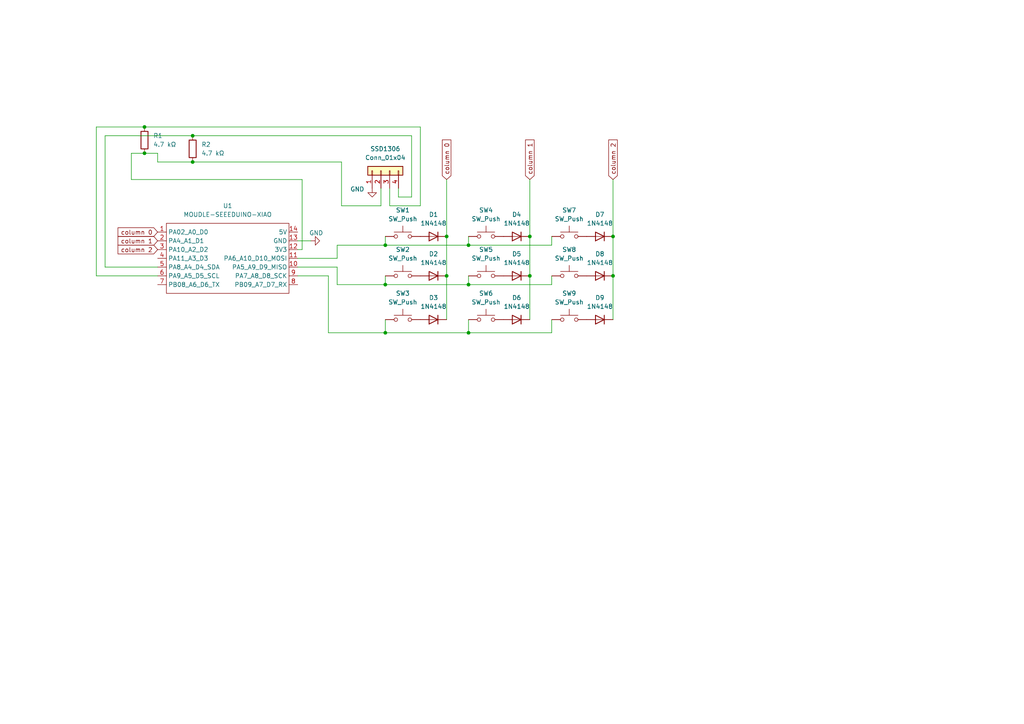
<source format=kicad_sch>
(kicad_sch (version 20231120) (generator "eeschema") (generator_version "8.0")
  (paper "A4")
  (lib_symbols
    (symbol "Connector_Generic:Conn_01x04" (pin_names (offset 1.016) hide)
      (property "Reference" "J" (at 0 5.08 0))
      (property "Value" "Conn_01x04" (at 0 -7.62 0))
      (symbol "Conn_01x04_1_1"
        (rectangle (start -1.27 -4.953) (end 0 -5.207) (stroke (width 0.1524)))
        (rectangle (start -1.27 -2.413) (end 0 -2.667) (stroke (width 0.1524)))
        (rectangle (start -1.27 0.127) (end 0 -0.127) (stroke (width 0.1524)))
        (rectangle (start -1.27 2.667) (end 0 2.413) (stroke (width 0.1524)))
        (rectangle (start -1.27 3.81) (end 1.27 -6.35) (stroke (width 0.254)) (fill (type background)))
        (pin passive line (at -5.08 2.54 0) (length 3.81) (name "Pin_1") (number "1"))
        (pin passive line (at -5.08 0 0) (length 3.81) (name "Pin_2") (number "2"))
        (pin passive line (at -5.08 -2.54 0) (length 3.81) (name "Pin_3") (number "3"))
        (pin passive line (at -5.08 -5.08 0) (length 3.81) (name "Pin_4") (number "4"))
      )
    )
    (symbol "Device:R" (pin_numbers hide) (pin_names (offset 0))
      (property "Reference" "R" (at 2.032 0 90))
      (property "Value" "R" (at 0 0 90))
      (symbol "R_0_1"
        (rectangle (start -1.016 -2.54) (end 1.016 2.54) (stroke (width 0.254)))
      )
      (symbol "R_1_1"
        (pin passive line (at 0 3.81 270) (length 1.27) (name "~") (number "1"))
        (pin passive line (at 0 -3.81 90) (length 1.27) (name "~") (number "2"))
      )
    )
    (symbol "Diode:1N4148" (pin_numbers hide) (pin_names hide)
      (property "Reference" "D" (at 0 2.54 0))
      (property "Value" "1N4148" (at 0 -2.54 0))
      (symbol "1N4148_0_1"
        (polyline (pts (xy -1.27 1.27) (xy -1.27 -1.27)) (stroke (width 0.254)))
        (polyline (pts (xy 1.27 0) (xy -1.27 0)))
        (polyline (pts (xy 1.27 1.27) (xy 1.27 -1.27) (xy -1.27 0) (xy 1.27 1.27)) (stroke (width 0.254)))
      )
      (symbol "1N4148_1_1"
        (pin passive line (at -3.81 0 0) (length 2.54) (name "K") (number "1"))
        (pin passive line (at 3.81 0 180) (length 2.54) (name "A") (number "2"))
      )
    )
    (symbol "MOUDLE-SEEEDUINO-XIAO:MOUDLE-SEEEDUINO-XIAO"
      (property "Reference" "U" (at -16.51 11.43 0))
      (property "Value" "MOUDLE-SEEEDUINO-XIAO" (at -3.81 -11.43 0))
      (symbol "MOUDLE-SEEEDUINO-XIAO_0_1"
        (rectangle (start -16.51 10.16) (end 19.05 -10.16))
      )
      (symbol "MOUDLE-SEEEDUINO-XIAO_1_1"
        (pin passive line (at -19.05 7.62 0) (length 2.54) (name "PA02_A0_D0") (number "1"))
        (pin passive line (at 21.59 -2.54 180) (length 2.54) (name "PA5_A9_D9_MISO") (number "10"))
        (pin passive line (at 21.59 0 180) (length 2.54) (name "PA6_A10_D10_MOSI") (number "11"))
        (pin passive line (at 21.59 2.54 180) (length 2.54) (name "3V3") (number "12"))
        (pin passive line (at 21.59 5.08 180) (length 2.54) (name "GND") (number "13"))
        (pin passive line (at 21.59 7.62 180) (length 2.54) (name "5V") (number "14"))
        (pin passive line (at -19.05 5.08 0) (length 2.54) (name "PA4_A1_D1") (number "2"))
        (pin passive line (at -19.05 2.54 0) (length 2.54) (name "PA10_A2_D2") (number "3"))
        (pin passive line (at -19.05 0 0) (length 2.54) (name "PA11_A3_D3") (number "4"))
        (pin passive line (at -19.05 -2.54 0) (length 2.54) (name "PA8_A4_D4_SDA") (number "5"))
        (pin passive line (at -19.05 -5.08 0) (length 2.54) (name "PA9_A5_D5_SCL") (number "6"))
        (pin passive line (at -19.05 -7.62 0) (length 2.54) (name "PB08_A6_D6_TX") (number "7"))
        (pin passive line (at 21.59 -7.62 180) (length 2.54) (name "PB09_A7_D7_RX") (number "8"))
        (pin passive line (at 21.59 -5.08 180) (length 2.54) (name "PA7_A8_D8_SCK") (number "9"))
      )
    )
    (symbol "Switch:SW_Push" (pin_numbers hide) (pin_names (offset 1.016) hide)
      (property "Reference" "SW" (at 1.27 2.54 0))
      (property "Value" "SW_Push" (at 0 -1.524 0))
      (symbol "SW_Push_0_1"
        (circle (center -2.032 0) (radius 0.508))
        (polyline (pts (xy 0 1.27) (xy 0 3.048)))
        (polyline (pts (xy 2.54 1.27) (xy -2.54 1.27)))
        (circle (center 2.032 0) (radius 0.508))
        (pin passive line (at -5.08 0 0) (length 2.54) (name "1") (number "1"))
        (pin passive line (at 5.08 0 180) (length 2.54) (name "2") (number "2"))
      )
    )
    (symbol "power:GND" (power) (pin_numbers hide) (pin_names (offset 0) hide)
      (property "Value" "GND" (at 0 -3.81 0))
      (symbol "GND_0_1"
        (polyline (pts (xy 0 0) (xy 0 -1.27) (xy 1.27 -1.27) (xy 0 -2.54) (xy -1.27 -1.27) (xy 0 -1.27)))
      )
      (symbol "GND_1_1"
        (pin power_in line (at 0 0 270) (length 0) (name "~") (number "1"))
      )
    )
  )
  (junction (at 55.88 46.99))
  (junction (at 135.89 82.55))
  (junction (at 111.76 96.52))
  (junction (at 135.89 96.52))
  (junction (at 153.67 80.01))
  (junction (at 153.67 68.58))
  (junction (at 129.54 68.58))
  (junction (at 41.91 44.45))
  (junction (at 41.91 36.83))
  (junction (at 177.8 80.01))
  (junction (at 135.89 71.12))
  (junction (at 177.8 68.58))
  (junction (at 55.88 39.37))
  (junction (at 111.76 71.12))
  (junction (at 111.76 82.55))
  (junction (at 129.54 80.01))
  (wire (pts (xy 87.63 52.07) (xy 38.1 52.07)))
  (wire (pts (xy 177.8 80.01) (xy 177.8 92.71)))
  (wire (pts (xy 111.76 82.55) (xy 135.89 82.55)))
  (wire (pts (xy 97.79 71.12) (xy 111.76 71.12)))
  (wire (pts (xy 129.54 68.58) (xy 129.54 80.01)))
  (wire (pts (xy 90.17 69.85) (xy 86.36 69.85)))
  (wire (pts (xy 115.57 54.61) (xy 115.57 57.15)))
  (wire (pts (xy 41.91 36.83) (xy 27.94 36.83)))
  (wire (pts (xy 55.88 39.37) (xy 30.48 39.37)))
  (wire (pts (xy 95.25 80.01) (xy 95.25 96.52)))
  (wire (pts (xy 160.02 92.71) (xy 160.02 96.52)))
  (wire (pts (xy 97.79 77.47) (xy 97.79 82.55)))
  (wire (pts (xy 27.94 80.01) (xy 45.72 80.01)))
  (wire (pts (xy 38.1 52.07) (xy 38.1 44.45)))
  (wire (pts (xy 111.76 68.58) (xy 111.76 71.12)))
  (wire (pts (xy 86.36 74.93) (xy 97.79 74.93)))
  (wire (pts (xy 177.8 68.58) (xy 177.8 80.01)))
  (wire (pts (xy 99.06 46.99) (xy 99.06 59.69)))
  (wire (pts (xy 45.72 46.99) (xy 45.72 44.45)))
  (wire (pts (xy 45.72 46.99) (xy 55.88 46.99)))
  (wire (pts (xy 153.67 68.58) (xy 153.67 80.01)))
  (wire (pts (xy 153.67 80.01) (xy 153.67 92.71)))
  (wire (pts (xy 135.89 82.55) (xy 160.02 82.55)))
  (wire (pts (xy 119.38 39.37) (xy 55.88 39.37)))
  (wire (pts (xy 153.67 52.07) (xy 153.67 68.58)))
  (wire (pts (xy 41.91 44.45) (xy 45.72 44.45)))
  (wire (pts (xy 115.57 57.15) (xy 119.38 57.15)))
  (wire (pts (xy 129.54 52.07) (xy 129.54 68.58)))
  (wire (pts (xy 27.94 36.83) (xy 27.94 80.01)))
  (wire (pts (xy 113.03 59.69) (xy 121.92 59.69)))
  (wire (pts (xy 38.1 44.45) (xy 41.91 44.45)))
  (wire (pts (xy 111.76 80.01) (xy 111.76 82.55)))
  (wire (pts (xy 177.8 52.07) (xy 177.8 68.58)))
  (wire (pts (xy 113.03 54.61) (xy 113.03 59.69)))
  (wire (pts (xy 135.89 71.12) (xy 111.76 71.12)))
  (wire (pts (xy 87.63 72.39) (xy 86.36 72.39)))
  (wire (pts (xy 135.89 71.12) (xy 160.02 71.12)))
  (wire (pts (xy 95.25 96.52) (xy 111.76 96.52)))
  (wire (pts (xy 86.36 77.47) (xy 97.79 77.47)))
  (wire (pts (xy 41.91 36.83) (xy 121.92 36.83)))
  (wire (pts (xy 110.49 59.69) (xy 110.49 54.61)))
  (wire (pts (xy 160.02 80.01) (xy 160.02 82.55)))
  (wire (pts (xy 121.92 59.69) (xy 121.92 36.83)))
  (wire (pts (xy 111.76 92.71) (xy 111.76 96.52)))
  (wire (pts (xy 99.06 59.69) (xy 110.49 59.69)))
  (wire (pts (xy 55.88 46.99) (xy 99.06 46.99)))
  (wire (pts (xy 135.89 68.58) (xy 135.89 71.12)))
  (wire (pts (xy 87.63 52.07) (xy 87.63 72.39)))
  (wire (pts (xy 97.79 74.93) (xy 97.79 71.12)))
  (wire (pts (xy 86.36 80.01) (xy 95.25 80.01)))
  (wire (pts (xy 97.79 82.55) (xy 111.76 82.55)))
  (wire (pts (xy 160.02 71.12) (xy 160.02 68.58)))
  (wire (pts (xy 119.38 57.15) (xy 119.38 39.37)))
  (wire (pts (xy 129.54 80.01) (xy 129.54 92.71)))
  (wire (pts (xy 135.89 96.52) (xy 160.02 96.52)))
  (wire (pts (xy 135.89 82.55) (xy 135.89 80.01)))
  (wire (pts (xy 30.48 39.37) (xy 30.48 77.47)))
  (wire (pts (xy 111.76 96.52) (xy 135.89 96.52)))
  (wire (pts (xy 30.48 77.47) (xy 45.72 77.47)))
  (wire (pts (xy 135.89 92.71) (xy 135.89 96.52)))
  (global_label "column 0" (shape input) (at 45.72 67.31 180) (property "Intersheetrefs" "${INTERSHEET_REFS}" (effects (hide yes))))
  (global_label "column 2" (shape input) (at 45.72 72.39 180) (property "Intersheetrefs" "${INTERSHEET_REFS}" (effects (hide yes))))
  (global_label "column 1" (shape input) (at 45.72 69.85 180) (property "Intersheetrefs" "${INTERSHEET_REFS}" (effects (hide yes))))
  (global_label "column 0" (shape input) (at 129.54 52.07 90) (property "Intersheetrefs" "${INTERSHEET_REFS}" (effects (hide yes))))
  (global_label "column 1" (shape input) (at 153.67 52.07 90) (property "Intersheetrefs" "${INTERSHEET_REFS}" (effects (hide yes))))
  (global_label "column 2" (shape input) (at 177.8 52.07 90) (property "Intersheetrefs" "${INTERSHEET_REFS}" (effects (hide yes))))
  (symbol (lib_id "Diode:1N4148") (at 125.73 80.01 180) (unit 1)
    (property "Reference" "D2" (at 125.73 73.66 0))
    (property "Value" "1N4148" (at 125.73 76.2 0))
    (property "Footprint" "Diode_THT:D_DO-35_SOD27_P7.62mm_Horizontal" (effects (hide yes)))
    (property "Datasheet" "https://assets.nexperia.com/documents/data-sheet/1N4148_1N4448.pdf" (effects (hide yes)))
    (property "Description" "100V 0.15A standard switching diode, DO-35" (effects (hide yes)))
    (property "Sim.Device" "D" (effects (hide yes)))
    (property "Sim.Pins" "1=K 2=A" (effects (hide yes)))
  )
  (symbol (lib_id "Device:R") (at 41.91 40.64 0) (unit 1)
    (property "Reference" "R1" (at 44.45 39.3699 0) (effects (justify left)))
    (property "Value" "4.7 kΩ" (at 44.45 41.9099 0) (effects (justify left)))
    (property "Footprint" "Resistor_THT:R_Axial_DIN0207_L6.3mm_D2.5mm_P7.62mm_Horizontal" (effects (hide yes)))
    (property "Description" "Resistor" (effects (hide yes)))
  )
  (symbol (lib_id "Diode:1N4148") (at 125.73 68.58 180) (unit 1)
    (property "Reference" "D1" (at 125.73 62.23 0))
    (property "Value" "1N4148" (at 125.73 64.77 0))
    (property "Footprint" "Diode_THT:D_DO-35_SOD27_P7.62mm_Horizontal" (effects (hide yes)))
    (property "Datasheet" "https://assets.nexperia.com/documents/data-sheet/1N4148_1N4448.pdf" (effects (hide yes)))
    (property "Description" "100V 0.15A standard switching diode, DO-35" (effects (hide yes)))
    (property "Sim.Device" "D" (effects (hide yes)))
    (property "Sim.Pins" "1=K 2=A" (effects (hide yes)))
  )
  (symbol (lib_id "Diode:1N4148") (at 149.86 92.71 180) (unit 1)
    (property "Reference" "D6" (at 149.86 86.36 0))
    (property "Value" "1N4148" (at 149.86 88.9 0))
    (property "Footprint" "Diode_THT:D_DO-35_SOD27_P7.62mm_Horizontal" (effects (hide yes)))
    (property "Datasheet" "https://assets.nexperia.com/documents/data-sheet/1N4148_1N4448.pdf" (effects (hide yes)))
    (property "Description" "100V 0.15A standard switching diode, DO-35" (effects (hide yes)))
    (property "Sim.Device" "D" (effects (hide yes)))
    (property "Sim.Pins" "1=K 2=A" (effects (hide yes)))
  )
  (symbol (lib_id "Diode:1N4148") (at 149.86 80.01 180) (unit 1)
    (property "Reference" "D5" (at 149.86 73.66 0))
    (property "Value" "1N4148" (at 149.86 76.2 0))
    (property "Footprint" "Diode_THT:D_DO-35_SOD27_P7.62mm_Horizontal" (effects (hide yes)))
    (property "Datasheet" "https://assets.nexperia.com/documents/data-sheet/1N4148_1N4448.pdf" (effects (hide yes)))
    (property "Description" "100V 0.15A standard switching diode, DO-35" (effects (hide yes)))
    (property "Sim.Device" "D" (effects (hide yes)))
    (property "Sim.Pins" "1=K 2=A" (effects (hide yes)))
  )
  (symbol (lib_id "power:GND") (at 107.95 54.61 0) (unit 1)
    (property "Reference" "#PWR02" (effects (hide yes)))
    (property "Value" "GND" (at 103.632 54.864 0))
    (property "Description" "Power symbol creates a global label with name \"GND\" , ground" (effects (hide yes)))
  )
  (symbol (lib_id "power:GND") (at 90.17 69.85 90) (unit 1)
    (property "Reference" "#PWR01" (effects (hide yes)))
    (property "Value" "GND" (at 89.662 67.564 90) (effects (justify right)))
    (property "Description" "Power symbol creates a global label with name \"GND\" , ground" (effects (hide yes)))
  )
  (symbol (lib_id "Switch:SW_Push") (at 116.84 80.01 0) (unit 1)
    (property "Reference" "SW2" (at 116.84 72.39 0))
    (property "Value" "SW_Push" (at 116.84 74.93 0))
    (property "Footprint" "MX_Solderable:MX-Solderable-1U" (effects (hide yes)))
    (property "Description" "Push button switch, generic, two pins" (effects (hide yes)))
  )
  (symbol (lib_id "Diode:1N4148") (at 173.99 92.71 180) (unit 1)
    (property "Reference" "D9" (at 173.99 86.36 0))
    (property "Value" "1N4148" (at 173.99 88.9 0))
    (property "Footprint" "Diode_THT:D_DO-35_SOD27_P7.62mm_Horizontal" (effects (hide yes)))
    (property "Datasheet" "https://assets.nexperia.com/documents/data-sheet/1N4148_1N4448.pdf" (effects (hide yes)))
    (property "Description" "100V 0.15A standard switching diode, DO-35" (effects (hide yes)))
    (property "Sim.Device" "D" (effects (hide yes)))
    (property "Sim.Pins" "1=K 2=A" (effects (hide yes)))
  )
  (symbol (lib_id "Diode:1N4148") (at 149.86 68.58 180) (unit 1)
    (property "Reference" "D4" (at 149.86 62.23 0))
    (property "Value" "1N4148" (at 149.86 64.77 0))
    (property "Footprint" "Diode_THT:D_DO-35_SOD27_P7.62mm_Horizontal" (effects (hide yes)))
    (property "Datasheet" "https://assets.nexperia.com/documents/data-sheet/1N4148_1N4448.pdf" (effects (hide yes)))
    (property "Description" "100V 0.15A standard switching diode, DO-35" (effects (hide yes)))
    (property "Sim.Device" "D" (effects (hide yes)))
    (property "Sim.Pins" "1=K 2=A" (effects (hide yes)))
  )
  (symbol (lib_id "Switch:SW_Push") (at 116.84 68.58 0) (unit 1)
    (property "Reference" "SW1" (at 116.84 60.96 0))
    (property "Value" "SW_Push" (at 116.84 63.5 0))
    (property "Footprint" "MX_Solderable:MX-Solderable-1U" (effects (hide yes)))
    (property "Description" "Push button switch, generic, two pins" (effects (hide yes)))
  )
  (symbol (lib_id "Connector_Generic:Conn_01x04") (at 110.49 49.53 90) (unit 1)
    (property "Reference" "SSD1306" (at 111.76 43.18 90))
    (property "Value" "Conn_01x04" (at 111.76 45.72 90))
    (property "Footprint" "Connector_PinHeader_2.54mm:PinHeader_1x04_P2.54mm_Vertical" (effects (hide yes)))
    (property "Description" "Generic connector, single row, 01x04, script generated (kicad-library-utils/schlib/autogen/connector/)" (effects (hide yes)))
  )
  (symbol (lib_id "Device:R") (at 55.88 43.18 0) (unit 1)
    (property "Reference" "R2" (at 58.42 41.9099 0) (effects (justify left)))
    (property "Value" "4.7 kΩ" (at 58.42 44.4499 0) (effects (justify left)))
    (property "Footprint" "Resistor_THT:R_Axial_DIN0207_L6.3mm_D2.5mm_P7.62mm_Horizontal" (effects (hide yes)))
    (property "Description" "Resistor" (effects (hide yes)))
  )
  (symbol (lib_id "Diode:1N4148") (at 173.99 80.01 180) (unit 1)
    (property "Reference" "D8" (at 173.99 73.66 0))
    (property "Value" "1N4148" (at 173.99 76.2 0))
    (property "Footprint" "Diode_THT:D_DO-35_SOD27_P7.62mm_Horizontal" (effects (hide yes)))
    (property "Datasheet" "https://assets.nexperia.com/documents/data-sheet/1N4148_1N4448.pdf" (effects (hide yes)))
    (property "Description" "100V 0.15A standard switching diode, DO-35" (effects (hide yes)))
    (property "Sim.Device" "D" (effects (hide yes)))
    (property "Sim.Pins" "1=K 2=A" (effects (hide yes)))
  )
  (symbol (lib_id "Switch:SW_Push") (at 140.97 80.01 0) (unit 1)
    (property "Reference" "SW5" (at 140.97 72.39 0))
    (property "Value" "SW_Push" (at 140.97 74.93 0))
    (property "Footprint" "MX_Solderable:MX-Solderable-1U" (effects (hide yes)))
    (property "Description" "Push button switch, generic, two pins" (effects (hide yes)))
  )
  (symbol (lib_id "MOUDLE-SEEEDUINO-XIAO:MOUDLE-SEEEDUINO-XIAO") (at 64.77 74.93 0) (unit 1)
    (property "Reference" "U1" (at 66.04 59.69 0))
    (property "Value" "MOUDLE-SEEEDUINO-XIAO" (at 66.04 62.23 0))
    (property "Footprint" "XIAO_PCB:MOUDLE14P-2.54-21X17.8MM" (effects (hide yes)))
  )
  (symbol (lib_id "Diode:1N4148") (at 125.73 92.71 180) (unit 1)
    (property "Reference" "D3" (at 125.73 86.36 0))
    (property "Value" "1N4148" (at 125.73 88.9 0))
    (property "Footprint" "Diode_THT:D_DO-35_SOD27_P7.62mm_Horizontal" (effects (hide yes)))
    (property "Datasheet" "https://assets.nexperia.com/documents/data-sheet/1N4148_1N4448.pdf" (effects (hide yes)))
    (property "Description" "100V 0.15A standard switching diode, DO-35" (effects (hide yes)))
    (property "Sim.Device" "D" (effects (hide yes)))
    (property "Sim.Pins" "1=K 2=A" (effects (hide yes)))
  )
  (symbol (lib_id "Diode:1N4148") (at 173.99 68.58 180) (unit 1)
    (property "Reference" "D7" (at 173.99 62.23 0))
    (property "Value" "1N4148" (at 173.99 64.77 0))
    (property "Footprint" "Diode_THT:D_DO-35_SOD27_P7.62mm_Horizontal" (effects (hide yes)))
    (property "Datasheet" "https://assets.nexperia.com/documents/data-sheet/1N4148_1N4448.pdf" (effects (hide yes)))
    (property "Description" "100V 0.15A standard switching diode, DO-35" (effects (hide yes)))
    (property "Sim.Device" "D" (effects (hide yes)))
    (property "Sim.Pins" "1=K 2=A" (effects (hide yes)))
  )
  (symbol (lib_id "Switch:SW_Push") (at 165.1 68.58 0) (unit 1)
    (property "Reference" "SW7" (at 165.1 60.96 0))
    (property "Value" "SW_Push" (at 165.1 63.5 0))
    (property "Footprint" "MX_Solderable:MX-Solderable-1U" (effects (hide yes)))
    (property "Description" "Push button switch, generic, two pins" (effects (hide yes)))
  )
  (symbol (lib_id "Switch:SW_Push") (at 140.97 68.58 0) (unit 1)
    (property "Reference" "SW4" (at 140.97 60.96 0))
    (property "Value" "SW_Push" (at 140.97 63.5 0))
    (property "Footprint" "MX_Solderable:MX-Solderable-1U" (effects (hide yes)))
    (property "Description" "Push button switch, generic, two pins" (effects (hide yes)))
  )
  (symbol (lib_id "Switch:SW_Push") (at 165.1 80.01 0) (unit 1)
    (property "Reference" "SW8" (at 165.1 72.39 0))
    (property "Value" "SW_Push" (at 165.1 74.93 0))
    (property "Footprint" "MX_Solderable:MX-Solderable-1U" (effects (hide yes)))
    (property "Description" "Push button switch, generic, two pins" (effects (hide yes)))
  )
  (symbol (lib_id "Switch:SW_Push") (at 116.84 92.71 0) (unit 1)
    (property "Reference" "SW3" (at 116.84 85.09 0))
    (property "Value" "SW_Push" (at 116.84 87.63 0))
    (property "Footprint" "MX_Solderable:MX-Solderable-1U" (effects (hide yes)))
    (property "Description" "Push button switch, generic, two pins" (effects (hide yes)))
  )
  (symbol (lib_id "Switch:SW_Push") (at 165.1 92.71 0) (unit 1)
    (property "Reference" "SW9" (at 165.1 85.09 0))
    (property "Value" "SW_Push" (at 165.1 87.63 0))
    (property "Footprint" "MX_Solderable:MX-Solderable-1U" (effects (hide yes)))
    (property "Description" "Push button switch, generic, two pins" (effects (hide yes)))
  )
  (symbol (lib_id "Switch:SW_Push") (at 140.97 92.71 0) (unit 1)
    (property "Reference" "SW6" (at 140.97 85.09 0))
    (property "Value" "SW_Push" (at 140.97 87.63 0))
    (property "Footprint" "MX_Solderable:MX-Solderable-1U" (effects (hide yes)))
    (property "Description" "Push button switch, generic, two pins" (effects (hide yes)))
  )
)
</source>
